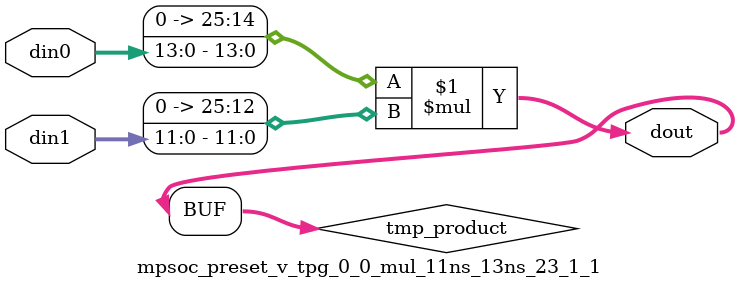
<source format=v>

`timescale 1 ns / 1 ps

  module mpsoc_preset_v_tpg_0_0_mul_11ns_13ns_23_1_1(din0, din1, dout);
parameter ID = 1;
parameter NUM_STAGE = 0;
parameter din0_WIDTH = 14;
parameter din1_WIDTH = 12;
parameter dout_WIDTH = 26;

input [din0_WIDTH - 1 : 0] din0; 
input [din1_WIDTH - 1 : 0] din1; 
output [dout_WIDTH - 1 : 0] dout;

wire signed [dout_WIDTH - 1 : 0] tmp_product;










assign tmp_product = $signed({1'b0, din0}) * $signed({1'b0, din1});











assign dout = tmp_product;







endmodule

</source>
